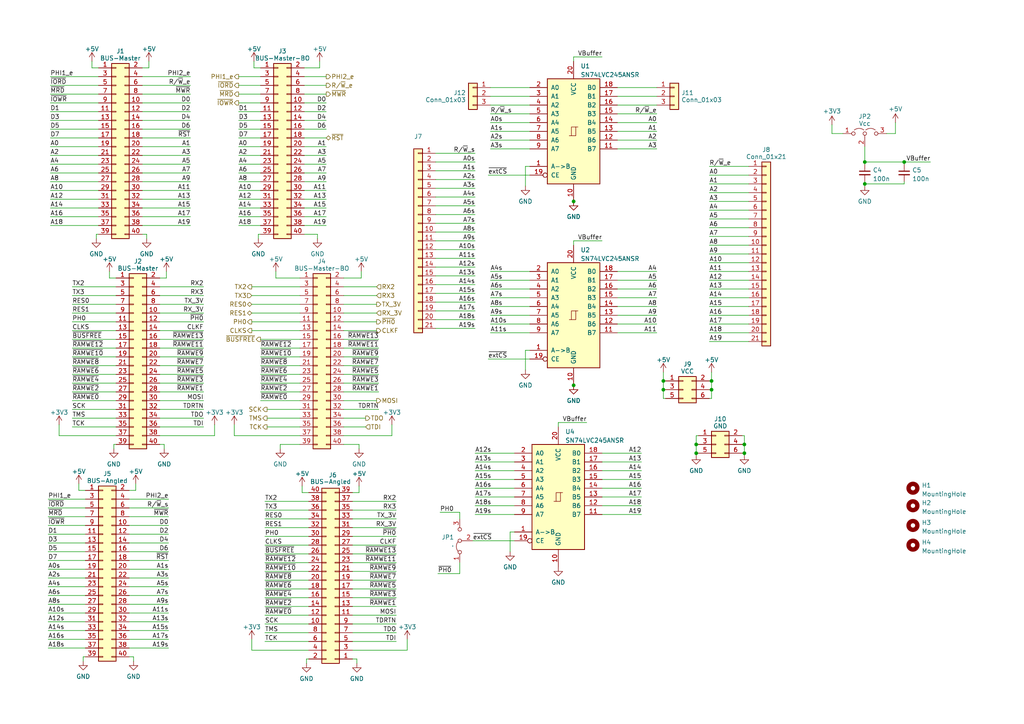
<source format=kicad_sch>
(kicad_sch (version 20230121) (generator eeschema)
  (paper "A4")
  (title_block (title "Unicomp v2 - Splitter Board") (date "2023-07-07") (rev "v1.0") (company "100% Offner") (comment 1 "v1.0: Initial"))
  (junction (at 250.825 53.34))
  (junction (at 206.375 113.03))
  (junction (at 201.93 131.445))
  (junction (at 192.405 113.03))
  (junction (at 206.375 110.49))
  (junction (at 192.405 110.49))
  (junction (at 215.9 128.905))
  (junction (at 201.93 128.905))
  (junction (at 166.37 111.76))
  (junction (at 262.255 46.99))
  (junction (at 215.9 131.445))
  (junction (at 166.37 58.42))
  (junction (at 250.825 46.99))
  (wire (pts (xy 88.265 24.765) (xy 94.615 24.765)))
  (wire (pts (xy 41.275 22.225) (xy 55.245 22.225)))
  (wire (pts (xy 76.835 180.975) (xy 89.535 180.975)))
  (wire (pts (xy 126.365 95.25) (xy 137.795 95.25)))
  (wire (pts (xy 142.24 83.82) (xy 153.67 83.82)))
  (wire (pts (xy 33.02 128.905) (xy 33.655 128.905)))
  (wire (pts (xy 14.605 42.545) (xy 28.575 42.545)))
  (wire (pts (xy 133.35 163.195) (xy 133.35 166.37)))
  (wire (pts (xy 186.055 136.525) (xy 174.625 136.525)))
  (wire (pts (xy 137.795 72.39) (xy 126.365 72.39)))
  (wire (pts (xy 69.215 60.325) (xy 75.565 60.325)))
  (wire (pts (xy 13.97 162.56) (xy 24.765 162.56)))
  (wire (pts (xy 137.795 136.525) (xy 149.225 136.525)))
  (wire (pts (xy 201.93 131.445) (xy 201.93 132.08)))
  (wire (pts (xy 76.835 150.495) (xy 89.535 150.495)))
  (wire (pts (xy 190.5 96.52) (xy 179.07 96.52)))
  (wire (pts (xy 118.11 185.42) (xy 118.11 188.595)))
  (wire (pts (xy 190.5 25.4) (xy 179.07 25.4)))
  (wire (pts (xy 46.355 85.725) (xy 59.055 85.725)))
  (wire (pts (xy 152.4 48.26) (xy 152.4 53.975)))
  (wire (pts (xy 13.97 154.94) (xy 24.765 154.94)))
  (wire (pts (xy 46.355 116.205) (xy 59.055 116.205)))
  (wire (pts (xy 48.26 78.74) (xy 48.26 80.645)))
  (wire (pts (xy 137.795 85.09) (xy 126.365 85.09)))
  (wire (pts (xy 127.635 148.59) (xy 133.35 148.59)))
  (wire (pts (xy 92.075 69.215) (xy 92.075 67.945)))
  (wire (pts (xy 20.955 95.885) (xy 33.655 95.885)))
  (wire (pts (xy 76.835 155.575) (xy 89.535 155.575)))
  (wire (pts (xy 205.74 71.12) (xy 217.17 71.12)))
  (wire (pts (xy 102.235 158.115) (xy 114.935 158.115)))
  (wire (pts (xy 69.215 62.865) (xy 75.565 62.865)))
  (wire (pts (xy 102.235 147.955) (xy 114.935 147.955)))
  (wire (pts (xy 46.355 98.425) (xy 59.055 98.425)))
  (wire (pts (xy 37.465 170.18) (xy 48.895 170.18)))
  (wire (pts (xy 102.235 145.415) (xy 114.935 145.415)))
  (wire (pts (xy 137.795 52.07) (xy 126.365 52.07)))
  (wire (pts (xy 20.955 111.125) (xy 33.655 111.125)))
  (wire (pts (xy 37.465 165.1) (xy 48.895 165.1)))
  (wire (pts (xy 75.565 116.205) (xy 86.995 116.205)))
  (wire (pts (xy 37.465 152.4) (xy 48.895 152.4)))
  (wire (pts (xy 99.695 106.045) (xy 109.855 106.045)))
  (wire (pts (xy 142.24 88.9) (xy 153.67 88.9)))
  (wire (pts (xy 215.9 131.445) (xy 215.9 132.08)))
  (wire (pts (xy 262.255 46.99) (xy 269.875 46.99)))
  (wire (pts (xy 190.5 78.74) (xy 179.07 78.74)))
  (wire (pts (xy 14.605 29.845) (xy 28.575 29.845)))
  (wire (pts (xy 137.795 80.01) (xy 126.365 80.01)))
  (wire (pts (xy 192.405 113.03) (xy 192.405 115.57)))
  (wire (pts (xy 104.14 142.875) (xy 102.235 142.875)))
  (wire (pts (xy 102.235 160.655) (xy 114.935 160.655)))
  (wire (pts (xy 26.67 19.685) (xy 28.575 19.685)))
  (wire (pts (xy 37.465 157.48) (xy 48.895 157.48)))
  (wire (pts (xy 41.275 29.845) (xy 55.245 29.845)))
  (wire (pts (xy 27.94 67.945) (xy 28.575 67.945)))
  (wire (pts (xy 14.605 40.005) (xy 28.575 40.005)))
  (wire (pts (xy 215.9 126.365) (xy 215.9 128.905)))
  (wire (pts (xy 137.795 139.065) (xy 149.225 139.065)))
  (wire (pts (xy 205.74 99.06) (xy 217.17 99.06)))
  (wire (pts (xy 39.37 140.335) (xy 39.37 142.24)))
  (wire (pts (xy 205.74 115.57) (xy 206.375 115.57)))
  (wire (pts (xy 14.605 60.325) (xy 28.575 60.325)))
  (wire (pts (xy 46.355 103.505) (xy 59.055 103.505)))
  (wire (pts (xy 205.74 73.66) (xy 217.17 73.66)))
  (wire (pts (xy 76.835 145.415) (xy 89.535 145.415)))
  (wire (pts (xy 99.695 126.365) (xy 113.665 126.365)))
  (wire (pts (xy 174.625 146.685) (xy 186.055 146.685)))
  (wire (pts (xy 137.795 54.61) (xy 126.365 54.61)))
  (wire (pts (xy 102.235 180.975) (xy 114.935 180.975)))
  (wire (pts (xy 81.28 130.175) (xy 81.28 128.905)))
  (wire (pts (xy 69.215 50.165) (xy 75.565 50.165)))
  (wire (pts (xy 88.9 192.405) (xy 88.9 191.135)))
  (wire (pts (xy 153.67 48.26) (xy 152.4 48.26)))
  (wire (pts (xy 13.97 170.18) (xy 24.765 170.18)))
  (wire (pts (xy 205.74 83.82) (xy 217.17 83.82)))
  (wire (pts (xy 259.715 35.56) (xy 259.715 38.735)))
  (wire (pts (xy 92.71 17.78) (xy 92.71 19.685)))
  (wire (pts (xy 205.74 91.44) (xy 217.17 91.44)))
  (wire (pts (xy 76.835 186.055) (xy 89.535 186.055)))
  (wire (pts (xy 20.955 98.425) (xy 33.655 98.425)))
  (wire (pts (xy 42.545 67.945) (xy 41.275 67.945)))
  (wire (pts (xy 76.835 183.515) (xy 89.535 183.515)))
  (wire (pts (xy 41.275 32.385) (xy 55.245 32.385)))
  (wire (pts (xy 41.275 42.545) (xy 55.245 42.545)))
  (wire (pts (xy 99.695 85.725) (xy 109.22 85.725)))
  (wire (pts (xy 102.235 183.515) (xy 114.935 183.515)))
  (wire (pts (xy 37.465 162.56) (xy 48.895 162.56)))
  (wire (pts (xy 88.265 50.165) (xy 94.615 50.165)))
  (wire (pts (xy 142.24 27.94) (xy 153.67 27.94)))
  (wire (pts (xy 13.97 185.42) (xy 24.765 185.42)))
  (wire (pts (xy 137.795 77.47) (xy 126.365 77.47)))
  (wire (pts (xy 20.955 123.825) (xy 33.655 123.825)))
  (wire (pts (xy 41.275 40.005) (xy 55.245 40.005)))
  (wire (pts (xy 205.74 76.2) (xy 217.17 76.2)))
  (wire (pts (xy 76.835 178.435) (xy 89.535 178.435)))
  (wire (pts (xy 102.235 178.435) (xy 114.935 178.435)))
  (wire (pts (xy 192.405 113.03) (xy 193.04 113.03)))
  (wire (pts (xy 76.835 147.955) (xy 89.535 147.955)))
  (wire (pts (xy 190.5 43.18) (xy 179.07 43.18)))
  (wire (pts (xy 13.97 152.4) (xy 24.765 152.4)))
  (wire (pts (xy 13.97 149.86) (xy 24.765 149.86)))
  (wire (pts (xy 31.75 80.645) (xy 33.655 80.645)))
  (wire (pts (xy 75.565 108.585) (xy 86.995 108.585)))
  (wire (pts (xy 215.9 128.905) (xy 215.9 131.445)))
  (wire (pts (xy 41.275 27.305) (xy 55.245 27.305)))
  (wire (pts (xy 37.465 175.26) (xy 48.895 175.26)))
  (wire (pts (xy 205.74 60.96) (xy 217.17 60.96)))
  (wire (pts (xy 137.795 49.53) (xy 126.365 49.53)))
  (wire (pts (xy 99.695 108.585) (xy 109.855 108.585)))
  (wire (pts (xy 205.74 53.34) (xy 217.17 53.34)))
  (wire (pts (xy 127 166.37) (xy 133.35 166.37)))
  (wire (pts (xy 192.405 110.49) (xy 192.405 113.03)))
  (wire (pts (xy 192.405 107.95) (xy 192.405 110.49)))
  (wire (pts (xy 102.235 163.195) (xy 114.935 163.195)))
  (wire (pts (xy 46.355 123.825) (xy 59.055 123.825)))
  (wire (pts (xy 88.265 45.085) (xy 94.615 45.085)))
  (wire (pts (xy 76.835 160.655) (xy 89.535 160.655)))
  (wire (pts (xy 147.955 154.305) (xy 147.955 160.02)))
  (wire (pts (xy 205.74 86.36) (xy 217.17 86.36)))
  (wire (pts (xy 174.625 16.51) (xy 166.37 16.51)))
  (wire (pts (xy 186.055 141.605) (xy 174.625 141.605)))
  (wire (pts (xy 88.265 62.865) (xy 94.615 62.865)))
  (wire (pts (xy 206.375 110.49) (xy 205.74 110.49)))
  (wire (pts (xy 77.47 121.285) (xy 86.995 121.285)))
  (wire (pts (xy 46.355 88.265) (xy 59.055 88.265)))
  (wire (pts (xy 104.775 80.645) (xy 99.695 80.645)))
  (wire (pts (xy 14.605 24.765) (xy 28.575 24.765)))
  (wire (pts (xy 46.355 126.365) (xy 62.23 126.365)))
  (wire (pts (xy 205.74 66.04) (xy 217.17 66.04)))
  (wire (pts (xy 20.955 116.205) (xy 33.655 116.205)))
  (wire (pts (xy 87.63 142.875) (xy 89.535 142.875)))
  (wire (pts (xy 137.795 62.23) (xy 126.365 62.23)))
  (wire (pts (xy 102.235 188.595) (xy 118.11 188.595)))
  (wire (pts (xy 88.265 55.245) (xy 94.615 55.245)))
  (wire (pts (xy 102.235 153.035) (xy 114.935 153.035)))
  (wire (pts (xy 41.275 57.785) (xy 55.245 57.785)))
  (wire (pts (xy 76.835 153.035) (xy 89.535 153.035)))
  (wire (pts (xy 37.465 185.42) (xy 48.895 185.42)))
  (wire (pts (xy 75.565 113.665) (xy 86.995 113.665)))
  (wire (pts (xy 102.235 170.815) (xy 114.935 170.815)))
  (wire (pts (xy 69.215 55.245) (xy 75.565 55.245)))
  (wire (pts (xy 205.74 63.5) (xy 217.17 63.5)))
  (wire (pts (xy 102.235 155.575) (xy 114.935 155.575)))
  (wire (pts (xy 137.795 146.685) (xy 149.225 146.685)))
  (wire (pts (xy 14.605 57.785) (xy 28.575 57.785)))
  (wire (pts (xy 76.835 175.895) (xy 89.535 175.895)))
  (wire (pts (xy 13.97 180.34) (xy 24.765 180.34)))
  (wire (pts (xy 137.795 69.85) (xy 126.365 69.85)))
  (wire (pts (xy 73.025 93.345) (xy 86.995 93.345)))
  (wire (pts (xy 201.93 128.905) (xy 201.93 131.445)))
  (wire (pts (xy 190.5 88.9) (xy 179.07 88.9)))
  (wire (pts (xy 190.5 40.64) (xy 179.07 40.64)))
  (wire (pts (xy 215.9 126.365) (xy 215.265 126.365)))
  (wire (pts (xy 206.375 113.03) (xy 206.375 115.57)))
  (wire (pts (xy 20.955 118.745) (xy 33.655 118.745)))
  (wire (pts (xy 73.025 85.725) (xy 86.995 85.725)))
  (wire (pts (xy 69.215 47.625) (xy 75.565 47.625)))
  (wire (pts (xy 99.695 88.265) (xy 109.22 88.265)))
  (wire (pts (xy 46.355 83.185) (xy 59.055 83.185)))
  (wire (pts (xy 41.275 24.765) (xy 55.245 24.765)))
  (wire (pts (xy 152.4 101.6) (xy 152.4 107.315)))
  (wire (pts (xy 193.04 115.57) (xy 192.405 115.57)))
  (wire (pts (xy 20.955 121.285) (xy 33.655 121.285)))
  (wire (pts (xy 46.355 90.805) (xy 59.055 90.805)))
  (wire (pts (xy 99.695 113.665) (xy 109.855 113.665)))
  (wire (pts (xy 75.565 100.965) (xy 86.995 100.965)))
  (wire (pts (xy 69.215 29.845) (xy 75.565 29.845)))
  (wire (pts (xy 190.5 86.36) (xy 179.07 86.36)))
  (wire (pts (xy 38.735 190.5) (xy 37.465 190.5)))
  (wire (pts (xy 99.695 90.805) (xy 109.22 90.805)))
  (wire (pts (xy 27.94 69.215) (xy 27.94 67.945)))
  (wire (pts (xy 14.605 27.305) (xy 28.575 27.305)))
  (wire (pts (xy 137.16 156.845) (xy 149.225 156.845)))
  (wire (pts (xy 205.74 50.8) (xy 217.17 50.8)))
  (wire (pts (xy 244.475 38.735) (xy 241.3 38.735)))
  (wire (pts (xy 26.67 17.78) (xy 26.67 19.685)))
  (wire (pts (xy 73.025 188.595) (xy 89.535 188.595)))
  (wire (pts (xy 37.465 167.64) (xy 48.895 167.64)))
  (wire (pts (xy 141.605 50.8) (xy 153.67 50.8)))
  (wire (pts (xy 88.265 42.545) (xy 94.615 42.545)))
  (wire (pts (xy 202.565 131.445) (xy 201.93 131.445)))
  (wire (pts (xy 41.275 47.625) (xy 55.245 47.625)))
  (wire (pts (xy 24.13 190.5) (xy 24.765 190.5)))
  (wire (pts (xy 206.375 113.03) (xy 205.74 113.03)))
  (wire (pts (xy 73.025 185.42) (xy 73.025 188.595)))
  (wire (pts (xy 201.93 126.365) (xy 202.565 126.365)))
  (wire (pts (xy 76.835 170.815) (xy 89.535 170.815)))
  (wire (pts (xy 142.24 96.52) (xy 153.67 96.52)))
  (wire (pts (xy 88.265 22.225) (xy 94.615 22.225)))
  (wire (pts (xy 13.97 182.88) (xy 24.765 182.88)))
  (wire (pts (xy 76.835 158.115) (xy 89.535 158.115)))
  (wire (pts (xy 205.74 78.74) (xy 217.17 78.74)))
  (wire (pts (xy 41.275 60.325) (xy 55.245 60.325)))
  (wire (pts (xy 102.235 173.355) (xy 114.935 173.355)))
  (wire (pts (xy 102.235 150.495) (xy 114.935 150.495)))
  (wire (pts (xy 88.265 65.405) (xy 94.615 65.405)))
  (wire (pts (xy 46.355 100.965) (xy 59.055 100.965)))
  (wire (pts (xy 88.265 57.785) (xy 94.615 57.785)))
  (wire (pts (xy 38.735 191.77) (xy 38.735 190.5)))
  (wire (pts (xy 99.695 93.345) (xy 109.22 93.345)))
  (wire (pts (xy 190.5 38.1) (xy 179.07 38.1)))
  (wire (pts (xy 69.215 57.785) (xy 75.565 57.785)))
  (wire (pts (xy 99.695 123.825) (xy 106.045 123.825)))
  (wire (pts (xy 190.5 33.02) (xy 179.07 33.02)))
  (wire (pts (xy 75.565 106.045) (xy 86.995 106.045)))
  (wire (pts (xy 69.215 37.465) (xy 75.565 37.465)))
  (wire (pts (xy 14.605 65.405) (xy 28.575 65.405)))
  (wire (pts (xy 24.13 191.77) (xy 24.13 190.5)))
  (wire (pts (xy 37.465 187.96) (xy 48.895 187.96)))
  (wire (pts (xy 88.265 60.325) (xy 94.615 60.325)))
  (wire (pts (xy 190.5 91.44) (xy 179.07 91.44)))
  (wire (pts (xy 250.825 46.99) (xy 250.825 47.625)))
  (wire (pts (xy 46.355 108.585) (xy 59.055 108.585)))
  (wire (pts (xy 170.18 122.555) (xy 161.925 122.555)))
  (wire (pts (xy 126.365 90.17) (xy 137.795 90.17)))
  (wire (pts (xy 14.605 62.865) (xy 28.575 62.865)))
  (wire (pts (xy 142.24 81.28) (xy 153.67 81.28)))
  (wire (pts (xy 46.355 113.665) (xy 59.055 113.665)))
  (wire (pts (xy 67.945 126.365) (xy 86.995 126.365)))
  (wire (pts (xy 137.795 67.31) (xy 126.365 67.31)))
  (wire (pts (xy 46.355 95.885) (xy 59.055 95.885)))
  (wire (pts (xy 37.465 147.32) (xy 48.895 147.32)))
  (wire (pts (xy 20.955 103.505) (xy 33.655 103.505)))
  (wire (pts (xy 41.275 34.925) (xy 55.245 34.925)))
  (wire (pts (xy 142.24 40.64) (xy 153.67 40.64)))
  (wire (pts (xy 20.955 90.805) (xy 33.655 90.805)))
  (wire (pts (xy 73.66 17.78) (xy 73.66 19.685)))
  (wire (pts (xy 14.605 52.705) (xy 28.575 52.705)))
  (wire (pts (xy 13.97 167.64) (xy 24.765 167.64)))
  (wire (pts (xy 99.695 103.505) (xy 109.855 103.505)))
  (wire (pts (xy 74.93 67.945) (xy 75.565 67.945)))
  (wire (pts (xy 250.825 42.545) (xy 250.825 46.99)))
  (wire (pts (xy 46.355 93.345) (xy 59.055 93.345)))
  (wire (pts (xy 43.18 19.685) (xy 41.275 19.685)))
  (wire (pts (xy 77.47 123.825) (xy 86.995 123.825)))
  (wire (pts (xy 37.465 180.34) (xy 48.895 180.34)))
  (wire (pts (xy 69.215 45.085) (xy 75.565 45.085)))
  (wire (pts (xy 104.14 140.97) (xy 104.14 142.875)))
  (wire (pts (xy 137.795 131.445) (xy 149.225 131.445)))
  (wire (pts (xy 205.74 48.26) (xy 217.17 48.26)))
  (wire (pts (xy 42.545 69.215) (xy 42.545 67.945)))
  (wire (pts (xy 88.265 40.005) (xy 94.615 40.005)))
  (wire (pts (xy 81.28 128.905) (xy 86.995 128.905)))
  (wire (pts (xy 190.5 93.98) (xy 179.07 93.98)))
  (wire (pts (xy 99.695 98.425) (xy 109.855 98.425)))
  (wire (pts (xy 102.235 165.735) (xy 114.935 165.735)))
  (wire (pts (xy 47.625 130.175) (xy 47.625 128.905)))
  (wire (pts (xy 73.025 90.805) (xy 86.995 90.805)))
  (wire (pts (xy 76.835 173.355) (xy 89.535 173.355)))
  (wire (pts (xy 241.3 36.195) (xy 241.3 38.735)))
  (wire (pts (xy 39.37 142.24) (xy 37.465 142.24)))
  (wire (pts (xy 166.37 69.85) (xy 166.37 71.12)))
  (wire (pts (xy 99.695 111.125) (xy 109.855 111.125)))
  (wire (pts (xy 250.825 46.99) (xy 262.255 46.99)))
  (wire (pts (xy 69.215 22.225) (xy 75.565 22.225)))
  (wire (pts (xy 14.605 45.085) (xy 28.575 45.085)))
  (wire (pts (xy 206.375 107.95) (xy 206.375 110.49)))
  (wire (pts (xy 13.97 177.8) (xy 24.765 177.8)))
  (wire (pts (xy 92.71 19.685) (xy 88.265 19.685)))
  (wire (pts (xy 262.255 53.34) (xy 262.255 52.705)))
  (wire (pts (xy 37.465 182.88) (xy 48.895 182.88)))
  (wire (pts (xy 137.795 74.93) (xy 126.365 74.93)))
  (wire (pts (xy 13.97 187.96) (xy 24.765 187.96)))
  (wire (pts (xy 22.86 140.335) (xy 22.86 142.24)))
  (wire (pts (xy 137.795 144.145) (xy 149.225 144.145)))
  (wire (pts (xy 137.795 133.985) (xy 149.225 133.985)))
  (wire (pts (xy 37.465 160.02) (xy 48.895 160.02)))
  (wire (pts (xy 88.265 37.465) (xy 94.615 37.465)))
  (wire (pts (xy 137.795 149.225) (xy 149.225 149.225)))
  (wire (pts (xy 137.795 141.605) (xy 149.225 141.605)))
  (wire (pts (xy 14.605 50.165) (xy 28.575 50.165)))
  (wire (pts (xy 13.97 160.02) (xy 24.765 160.02)))
  (wire (pts (xy 13.97 175.26) (xy 24.765 175.26)))
  (wire (pts (xy 99.695 116.205) (xy 109.22 116.205)))
  (wire (pts (xy 262.255 46.99) (xy 262.255 47.625)))
  (wire (pts (xy 14.605 34.925) (xy 28.575 34.925)))
  (wire (pts (xy 141.605 104.14) (xy 153.67 104.14)))
  (wire (pts (xy 92.075 67.945) (xy 88.265 67.945)))
  (wire (pts (xy 205.74 93.98) (xy 217.17 93.98)))
  (wire (pts (xy 205.74 58.42) (xy 217.17 58.42)))
  (wire (pts (xy 20.955 88.265) (xy 33.655 88.265)))
  (wire (pts (xy 142.24 86.36) (xy 153.67 86.36)))
  (wire (pts (xy 137.795 82.55) (xy 126.365 82.55)))
  (wire (pts (xy 76.835 168.275) (xy 89.535 168.275)))
  (wire (pts (xy 46.355 118.745) (xy 59.055 118.745)))
  (wire (pts (xy 20.955 85.725) (xy 33.655 85.725)))
  (wire (pts (xy 88.265 47.625) (xy 94.615 47.625)))
  (wire (pts (xy 14.605 37.465) (xy 28.575 37.465)))
  (wire (pts (xy 137.795 64.77) (xy 126.365 64.77)))
  (wire (pts (xy 73.025 88.265) (xy 86.995 88.265)))
  (wire (pts (xy 142.24 93.98) (xy 153.67 93.98)))
  (wire (pts (xy 142.24 30.48) (xy 153.67 30.48)))
  (wire (pts (xy 186.055 133.985) (xy 174.625 133.985)))
  (wire (pts (xy 17.145 126.365) (xy 33.655 126.365)))
  (wire (pts (xy 41.275 52.705) (xy 55.245 52.705)))
  (wire (pts (xy 201.93 126.365) (xy 201.93 128.905)))
  (wire (pts (xy 215.265 131.445) (xy 215.9 131.445)))
  (wire (pts (xy 259.715 38.735) (xy 257.175 38.735)))
  (wire (pts (xy 20.955 83.185) (xy 33.655 83.185)))
  (wire (pts (xy 102.235 175.895) (xy 114.935 175.895)))
  (wire (pts (xy 41.275 50.165) (xy 55.245 50.165)))
  (wire (pts (xy 47.625 128.905) (xy 46.355 128.905)))
  (wire (pts (xy 104.775 78.74) (xy 104.775 80.645)))
  (wire (pts (xy 205.74 88.9) (xy 217.17 88.9)))
  (wire (pts (xy 174.625 69.85) (xy 166.37 69.85)))
  (wire (pts (xy 14.605 32.385) (xy 28.575 32.385)))
  (wire (pts (xy 137.795 46.99) (xy 126.365 46.99)))
  (wire (pts (xy 166.37 16.51) (xy 166.37 17.78)))
  (wire (pts (xy 190.5 81.28) (xy 179.07 81.28)))
  (wire (pts (xy 14.605 55.245) (xy 28.575 55.245)))
  (wire (pts (xy 102.235 186.055) (xy 114.935 186.055)))
  (wire (pts (xy 99.695 100.965) (xy 109.855 100.965)))
  (wire (pts (xy 206.375 110.49) (xy 206.375 113.03)))
  (wire (pts (xy 46.355 106.045) (xy 59.055 106.045)))
  (wire (pts (xy 17.145 123.19) (xy 17.145 126.365)))
  (wire (pts (xy 69.215 27.305) (xy 75.565 27.305)))
  (wire (pts (xy 205.74 55.88) (xy 217.17 55.88)))
  (wire (pts (xy 14.605 22.225) (xy 28.575 22.225)))
  (wire (pts (xy 186.055 139.065) (xy 174.625 139.065)))
  (wire (pts (xy 215.9 128.905) (xy 215.265 128.905)))
  (wire (pts (xy 69.215 52.705) (xy 75.565 52.705)))
  (wire (pts (xy 74.93 69.215) (xy 74.93 67.945)))
  (wire (pts (xy 205.74 81.28) (xy 217.17 81.28)))
  (wire (pts (xy 142.24 25.4) (xy 153.67 25.4)))
  (wire (pts (xy 37.465 177.8) (xy 48.895 177.8)))
  (wire (pts (xy 67.945 123.19) (xy 67.945 126.365)))
  (wire (pts (xy 37.465 172.72) (xy 48.895 172.72)))
  (wire (pts (xy 22.86 142.24) (xy 24.765 142.24)))
  (wire (pts (xy 142.24 91.44) (xy 153.67 91.44)))
  (wire (pts (xy 62.23 123.19) (xy 62.23 126.365)))
  (wire (pts (xy 113.665 123.19) (xy 113.665 126.365)))
  (wire (pts (xy 192.405 110.49) (xy 193.04 110.49)))
  (wire (pts (xy 190.5 27.94) (xy 179.07 27.94)))
  (wire (pts (xy 174.625 149.225) (xy 186.055 149.225)))
  (wire (pts (xy 76.835 165.735) (xy 89.535 165.735)))
  (wire (pts (xy 88.265 52.705) (xy 94.615 52.705)))
  (wire (pts (xy 20.955 93.345) (xy 33.655 93.345)))
  (wire (pts (xy 88.265 27.305) (xy 94.615 27.305)))
  (wire (pts (xy 73.025 95.885) (xy 86.995 95.885)))
  (wire (pts (xy 20.955 100.965) (xy 33.655 100.965)))
  (wire (pts (xy 104.14 130.175) (xy 104.14 128.905)))
  (wire (pts (xy 46.355 111.125) (xy 59.055 111.125)))
  (wire (pts (xy 250.825 53.34) (xy 262.255 53.34)))
  (wire (pts (xy 99.695 118.745) (xy 109.855 118.745)))
  (wire (pts (xy 190.5 30.48) (xy 179.07 30.48)))
  (wire (pts (xy 190.5 35.56) (xy 179.07 35.56)))
  (wire (pts (xy 137.795 57.15) (xy 126.365 57.15)))
  (wire (pts (xy 149.225 154.305) (xy 147.955 154.305)))
  (wire (pts (xy 75.565 111.125) (xy 86.995 111.125)))
  (wire (pts (xy 80.01 80.645) (xy 86.995 80.645)))
  (wire (pts (xy 153.67 101.6) (xy 152.4 101.6)))
  (wire (pts (xy 142.24 33.02) (xy 153.67 33.02)))
  (wire (pts (xy 142.24 78.74) (xy 153.67 78.74)))
  (wire (pts (xy 46.355 121.285) (xy 59.055 121.285)))
  (wire (pts (xy 69.215 65.405) (xy 75.565 65.405)))
  (wire (pts (xy 37.465 149.86) (xy 48.895 149.86)))
  (wire (pts (xy 73.025 83.185) (xy 86.995 83.185)))
  (wire (pts (xy 37.465 144.78) (xy 48.895 144.78)))
  (wire (pts (xy 190.5 83.82) (xy 179.07 83.82)))
  (wire (pts (xy 103.505 191.135) (xy 102.235 191.135)))
  (wire (pts (xy 126.365 44.45) (xy 137.795 44.45)))
  (wire (pts (xy 48.26 80.645) (xy 46.355 80.645)))
  (wire (pts (xy 76.835 163.195) (xy 89.535 163.195)))
  (wire (pts (xy 77.47 118.745) (xy 86.995 118.745)))
  (wire (pts (xy 142.24 43.18) (xy 153.67 43.18)))
  (wire (pts (xy 31.75 78.74) (xy 31.75 80.645)))
  (wire (pts (xy 126.365 92.71) (xy 137.795 92.71)))
  (wire (pts (xy 205.74 96.52) (xy 217.17 96.52)))
  (wire (pts (xy 13.97 157.48) (xy 24.765 157.48)))
  (wire (pts (xy 88.265 32.385) (xy 94.615 32.385)))
  (wire (pts (xy 41.275 62.865) (xy 55.245 62.865)))
  (wire (pts (xy 43.18 17.78) (xy 43.18 19.685)))
  (wire (pts (xy 99.695 83.185) (xy 109.22 83.185)))
  (wire (pts (xy 69.215 40.005) (xy 75.565 40.005)))
  (wire (pts (xy 13.97 172.72) (xy 24.765 172.72)))
  (wire (pts (xy 14.605 47.625) (xy 28.575 47.625)))
  (wire (pts (xy 137.795 59.69) (xy 126.365 59.69)))
  (wire (pts (xy 88.265 34.925) (xy 94.615 34.925)))
  (wire (pts (xy 142.24 38.1) (xy 153.67 38.1)))
  (wire (pts (xy 75.565 103.505) (xy 86.995 103.505)))
  (wire (pts (xy 126.365 87.63) (xy 137.795 87.63)))
  (wire (pts (xy 250.825 53.975) (xy 250.825 53.34)))
  (wire (pts (xy 250.825 53.34) (xy 250.825 52.705)))
  (wire (pts (xy 41.275 65.405) (xy 55.245 65.405)))
  (wire (pts (xy 88.265 29.845) (xy 94.615 29.845)))
  (wire (pts (xy 99.695 121.285) (xy 106.045 121.285)))
  (wire (pts (xy 205.74 68.58) (xy 217.17 68.58)))
  (wire (pts (xy 133.35 150.495) (xy 133.35 148.59)))
  (wire (pts (xy 69.215 34.925) (xy 75.565 34.925)))
  (wire (pts (xy 186.055 131.445) (xy 174.625 131.445)))
  (wire (pts (xy 33.02 130.175) (xy 33.02 128.905)))
  (wire (pts (xy 13.97 147.32) (xy 24.765 147.32)))
  (wire (pts (xy 41.275 45.085) (xy 55.245 45.085)))
  (wire (pts (xy 41.275 37.465) (xy 55.245 37.465)))
  (wire (pts (xy 75.565 98.425) (xy 86.995 98.425)))
  (wire (pts (xy 201.93 128.905) (xy 202.565 128.905)))
  (wire (pts (xy 13.97 144.78) (xy 24.765 144.78)))
  (wire (pts (xy 20.955 113.665) (xy 33.655 113.665)))
  (wire (pts (xy 80.01 78.74) (xy 80.01 80.645)))
  (wire (pts (xy 103.505 192.405) (xy 103.505 191.135)))
  (wire (pts (xy 88.9 191.135) (xy 89.535 191.135)))
  (wire (pts (xy 20.955 106.045) (xy 33.655 106.045)))
  (wire (pts (xy 104.14 128.905) (xy 99.695 128.905)))
  (wire (pts (xy 37.465 154.94) (xy 48.895 154.94)))
  (wire (pts (xy 161.925 122.555) (xy 161.925 123.825)))
  (wire (pts (xy 102.235 168.275) (xy 114.935 168.275)))
  (wire (pts (xy 174.625 144.145) (xy 186.055 144.145)))
  (wire (pts (xy 142.24 35.56) (xy 153.67 35.56)))
  (wire (pts (xy 99.695 95.885) (xy 109.22 95.885)))
  (wire (pts (xy 13.97 165.1) (xy 24.765 165.1)))
  (wire (pts (xy 20.955 108.585) (xy 33.655 108.585)))
  (wire (pts (xy 69.215 42.545) (xy 75.565 42.545)))
  (wire (pts (xy 73.66 19.685) (xy 75.565 19.685)))
  (wire (pts (xy 41.275 55.245) (xy 55.245 55.245)))
  (wire (pts (xy 69.215 32.385) (xy 75.565 32.385)))
  (wire (pts (xy 69.215 24.765) (xy 75.565 24.765)))
  (wire (pts (xy 87.63 140.97) (xy 87.63 142.875)))
  (label "D4" (at 94.615 34.925 180))
  (label "A5" (at 190.5 81.28 180))
  (label "~{extCS}" (at 141.605 50.8 0))
  (label "CLKS" (at 20.955 95.885 0))
  (label "PH0" (at 127.635 148.59 0))
  (label "A0" (at 205.74 50.8 0))
  (label "D2" (at 94.615 32.385 180))
  (label "A1" (at 190.5 38.1 180))
  (label "A4s" (at 137.795 57.15 180))
  (label "A9s" (at 137.795 69.85 180))
  (label "TDO" (at 114.935 183.515 180))
  (label "D0" (at 94.615 29.845 180))
  (label "D3" (at 69.215 34.925 0))
  (label "A6s" (at 137.795 62.23 180))
  (label "A12s" (at 137.795 77.47 180))
  (label "A16" (at 69.215 62.865 0))
  (label "~{RAMWE5}" (at 59.055 108.585 180))
  (label "A10" (at 69.215 55.245 0))
  (label "A16" (at 14.605 62.865 0))
  (label "R{slash}~{W}_s" (at 137.795 44.45 180))
  (label "~{RAMWE8}" (at 20.955 106.045 0))
  (label "A9s" (at 142.24 91.44 0))
  (label "A14" (at 205.74 86.36 0))
  (label "R{slash}~{W}_s" (at 48.895 147.32 180))
  (label "A12s" (at 13.97 180.34 0))
  (label "A0" (at 14.605 42.545 0))
  (label "TX3" (at 76.835 147.955 0))
  (label "A5s" (at 137.795 59.69 180))
  (label "A2s" (at 137.795 52.07 180))
  (label "A16s" (at 13.97 185.42 0))
  (label "~{RAMWE12}" (at 20.955 100.965 0))
  (label "A0s" (at 13.97 165.1 0))
  (label "R{slash}~{W}_e" (at 55.245 24.765 180))
  (label "TX_3V" (at 114.935 150.495 180))
  (label "A2s" (at 142.24 40.64 0))
  (label "A8s" (at 13.97 175.26 0))
  (label "A10s" (at 137.795 72.39 180))
  (label "~{RAMWE3}" (at 109.855 111.125 180))
  (label "D1" (at 69.215 32.385 0))
  (label "A16s" (at 137.795 87.63 180))
  (label "D5" (at 69.215 37.465 0))
  (label "A8" (at 190.5 88.9 180))
  (label "~{RAMWE8}" (at 75.565 106.045 0))
  (label "~{PH0}" (at 127 166.37 0))
  (label "~{RAMWE13}" (at 114.935 160.655 180))
  (label "A16" (at 186.055 141.605 180))
  (label "~{RAMWE7}" (at 114.935 168.275 180))
  (label "R{slash}~{W}_e" (at 205.74 48.26 0))
  (label "~{RAMWE9}" (at 114.935 165.735 180))
  (label "TCK" (at 20.955 123.825 0))
  (label "A6s" (at 142.24 83.82 0))
  (label "D3" (at 14.605 34.925 0))
  (label "A8s" (at 142.24 88.9 0))
  (label "PH0" (at 76.835 155.575 0))
  (label "D4" (at 48.895 157.48 180))
  (label "~{RAMWE11}" (at 114.935 163.195 180))
  (label "~{RAMWE11}" (at 109.855 100.965 180))
  (label "~{extCS}" (at 137.16 156.845 0))
  (label "A1s" (at 48.895 165.1 180))
  (label "A18s" (at 13.97 187.96 0))
  (label "CLKS" (at 76.835 158.115 0))
  (label "A10" (at 205.74 76.2 0))
  (label "~{RAMWE10}" (at 20.955 103.505 0))
  (label "A3s" (at 142.24 43.18 0))
  (label "~{RAMWE3}" (at 114.935 173.355 180))
  (label "A8s" (at 137.795 67.31 180))
  (label "A7" (at 94.615 50.165 180))
  (label "A14s" (at 137.795 136.525 0))
  (label "A12" (at 186.055 131.445 180))
  (label "A11" (at 205.74 78.74 0))
  (label "~{MWR}" (at 48.895 149.86 180))
  (label "A17" (at 186.055 144.145 180))
  (label "~{RAMWE7}" (at 109.855 106.045 180))
  (label "A3" (at 205.74 58.42 0))
  (label "TDRTN" (at 59.055 118.745 180))
  (label "A9s" (at 48.895 175.26 180))
  (label "RX3" (at 59.055 85.725 180))
  (label "~{RST}" (at 55.245 40.005 180))
  (label "A13s" (at 137.795 133.985 0))
  (label "A14" (at 69.215 60.325 0))
  (label "PHI1_e" (at 13.97 144.78 0))
  (label "D3" (at 13.97 157.48 0))
  (label "~{RAMWE4}" (at 76.835 173.355 0))
  (label "~{RAMWE9}" (at 109.855 103.505 180))
  (label "SCK" (at 20.955 118.745 0))
  (label "A18" (at 14.605 65.405 0))
  (label "A6" (at 205.74 66.04 0))
  (label "A4" (at 190.5 78.74 180))
  (label "A18s" (at 137.795 92.71 180))
  (label "TX3" (at 20.955 85.725 0))
  (label "~{MWR}" (at 55.245 27.305 180))
  (label "TDI" (at 59.055 123.825 180))
  (label "A17" (at 205.74 93.98 0))
  (label "A5s" (at 48.895 170.18 180))
  (label "~{BUSFREE}" (at 76.835 160.655 0))
  (label "A17" (at 55.245 62.865 180))
  (label "D7" (at 14.605 40.005 0))
  (label "A19s" (at 48.895 187.96 180))
  (label "~{IORD}" (at 13.97 147.32 0))
  (label "A14" (at 186.055 136.525 180))
  (label "A3" (at 94.615 45.085 180))
  (label "~{extCS}" (at 141.605 104.14 0))
  (label "A18" (at 205.74 96.52 0))
  (label "~{RAMWE9}" (at 59.055 103.505 180))
  (label "~{IORD}" (at 14.605 24.765 0))
  (label "A1" (at 55.245 42.545 180))
  (label "RES1" (at 20.955 90.805 0))
  (label "A11s" (at 137.795 74.93 180))
  (label "A14s" (at 13.97 182.88 0))
  (label "A5" (at 205.74 63.5 0))
  (label "TMS" (at 20.955 121.285 0))
  (label "RES0" (at 20.955 88.265 0))
  (label "A13" (at 186.055 133.985 180))
  (label "A10" (at 14.605 55.245 0))
  (label "~{RAMWE5}" (at 114.935 170.815 180))
  (label "A3s" (at 137.795 54.61 180))
  (label "D1" (at 14.605 32.385 0))
  (label "~{RAMWE4}" (at 20.955 111.125 0))
  (label "D6" (at 48.895 160.02 180))
  (label "RX2" (at 59.055 83.185 180))
  (label "~{RAMWE11}" (at 59.055 100.965 180))
  (label "A9" (at 205.74 73.66 0))
  (label "~{IOWR}" (at 14.605 29.845 0))
  (label "~{MRD}" (at 14.605 27.305 0))
  (label "A3s" (at 48.895 167.64 180))
  (label "A16" (at 205.74 91.44 0))
  (label "TDRTN" (at 114.935 180.975 180))
  (label "~{RST}" (at 48.895 162.56 180))
  (label "A13" (at 55.245 57.785 180))
  (label "A5" (at 94.615 47.625 180))
  (label "A15s" (at 137.795 85.09 180))
  (label "A15" (at 186.055 139.065 180))
  (label "A9" (at 55.245 52.705 180))
  (label "TX_3V" (at 59.055 88.265 180))
  (label "A0s" (at 142.24 35.56 0))
  (label "A1" (at 94.615 42.545 180))
  (label "A5s" (at 142.24 81.28 0))
  (label "VBuffer" (at 269.875 46.99 180))
  (label "A1s" (at 137.795 49.53 180))
  (label "RX_3V" (at 114.935 153.035 180))
  (label "A2" (at 190.5 40.64 180))
  (label "A12" (at 14.605 57.785 0))
  (label "~{RAMWE6}" (at 75.565 108.585 0))
  (label "A4s" (at 13.97 170.18 0))
  (label "A15s" (at 137.795 139.065 0))
  (label "A2" (at 69.215 45.085 0))
  (label "A17s" (at 48.895 185.42 180))
  (label "RX3" (at 114.935 147.955 180))
  (label "TX2" (at 76.835 145.415 0))
  (label "RX2" (at 114.935 145.415 180))
  (label "TCK" (at 76.835 186.055 0))
  (label "A4s" (at 142.24 78.74 0))
  (label "D0" (at 55.245 29.845 180))
  (label "~{RAMWE7}" (at 59.055 106.045 180))
  (label "A1" (at 205.74 53.34 0))
  (label "A6" (at 14.605 50.165 0))
  (label "CLKF" (at 114.935 158.115 180))
  (label "PH0" (at 20.955 93.345 0))
  (label "A8" (at 14.605 52.705 0))
  (label "A6" (at 190.5 83.82 180))
  (label "A2" (at 14.605 45.085 0))
  (label "A17" (at 94.615 62.865 180))
  (label "PHI1_e" (at 14.605 22.225 0))
  (label "D7" (at 69.215 40.005 0))
  (label "D4" (at 55.245 34.925 180))
  (label "~{RAMWE2}" (at 75.565 113.665 0))
  (label "A7s" (at 142.24 86.36 0))
  (label "~{RAMWE0}" (at 76.835 178.435 0))
  (label "A6s" (at 13.97 172.72 0))
  (label "RES0" (at 76.835 150.495 0))
  (label "~{IOWR}" (at 13.97 152.4 0))
  (label "A15s" (at 48.895 182.88 180))
  (label "A19s" (at 137.795 95.25 180))
  (label "A7s" (at 137.795 64.77 180))
  (label "A4" (at 14.605 47.625 0))
  (label "A7" (at 55.245 50.165 180))
  (label "A15" (at 205.74 88.9 0))
  (label "D1" (at 13.97 154.94 0))
  (label "~{RAMWE2}" (at 20.955 113.665 0))
  (label "~{RAMWE3}" (at 59.055 111.125 180))
  (label "CLKF" (at 59.055 95.885 180))
  (label "A15" (at 94.615 60.325 180))
  (label "TDRTN" (at 109.855 118.745 180))
  (label "A13s" (at 48.895 180.34 180))
  (label "A14s" (at 137.795 82.55 180))
  (label "~{RAMWE12}" (at 75.565 100.965 0))
  (label "TX2" (at 20.955 83.185 0))
  (label "VBuffer" (at 170.18 122.555 180))
  (label "A19" (at 94.615 65.405 180))
  (label "D0" (at 48.895 152.4 180))
  (label "VBuffer" (at 174.625 69.85 180))
  (label "A17s" (at 137.795 90.17 180))
  (label "A18" (at 186.055 146.685 180))
  (label "A12" (at 69.215 57.785 0))
  (label "A11" (at 94.615 55.245 180))
  (label "A13s" (at 137.795 80.01 180))
  (label "RES1" (at 76.835 153.035 0))
  (label "A0s" (at 137.795 46.99 180))
  (label "A18s" (at 137.795 146.685 0))
  (label "A11" (at 55.245 55.245 180))
  (label "A14" (at 14.605 60.325 0))
  (label "D7" (at 13.97 162.56 0))
  (label "SCK" (at 76.835 180.975 0))
  (label "~{RAMWE5}" (at 109.855 108.585 180))
  (label "A8" (at 69.215 52.705 0))
  (label "A19" (at 205.74 99.06 0))
  (label "~{BUSFREE}" (at 20.955 98.425 0))
  (label "A18" (at 69.215 65.405 0))
  (label "A19s" (at 137.795 149.225 0))
  (label "~{RAMWE1}" (at 109.855 113.665 180))
  (label "A0" (at 69.215 42.545 0))
  (label "A4" (at 69.215 47.625 0))
  (label "A7" (at 205.74 68.58 0))
  (label "D5" (at 14.605 37.465 0))
  (label "~{RAMWE4}" (at 75.565 111.125 0))
  (label "~{PH0}" (at 59.055 93.345 180))
  (label "A11s" (at 142.24 96.52 0))
  (label "~{RAMWE6}" (at 76.835 170.815 0))
  (label "A12" (at 205.74 81.28 0))
  (label "~{RAMWE0}" (at 20.955 116.205 0))
  (label "A0" (at 190.5 35.56 180))
  (label "~{RAMWE1}" (at 59.055 113.665 180))
  (label "~{RAMWE1}" (at 114.935 175.895 180))
  (label "A16s" (at 137.795 141.605 0))
  (label "~{PH0}" (at 114.935 155.575 180))
  (label "VBuffer" (at 174.625 16.51 180))
  (label "A3" (at 55.245 45.085 180))
  (label "~{RAMWE10}" (at 75.565 103.505 0))
  (label "~{RAMWE13}" (at 109.855 98.425 180))
  (label "R{slash}~{W}_s" (at 142.24 33.02 0))
  (label "A12s" (at 137.795 131.445 0))
  (label "A2" (at 205.74 55.88 0))
  (label "~{RAMWE6}" (at 20.955 108.585 0))
  (label "TMS" (at 76.835 183.515 0))
  (label "R{slash}~{W}_e" (at 190.5 33.02 180))
  (label "A8" (at 205.74 71.12 0))
  (label "A10" (at 190.5 93.98 180))
  (label "MOSI" (at 114.935 178.435 180))
  (label "~{RAMWE13}" (at 59.055 98.425 180))
  (label "~{RAMWE0}" (at 75.565 116.205 0))
  (label "A6" (at 69.215 50.165 0))
  (label "A19" (at 186.055 149.225 180))
  (label "TDO" (at 59.055 121.285 180))
  (label "MOSI" (at 59.055 116.205 180))
  (label "~{RAMWE10}" (at 76.835 165.735 0))
  (label "PHI2_e" (at 55.245 22.225 180))
  (label "A5" (at 55.245 47.625 180))
  (label "A11s" (at 48.895 177.8 180))
  (label "A9" (at 190.5 91.44 180))
  (label "D2" (at 48.895 154.94 180))
  (label "A15" (at 55.245 60.325 180))
  (label "A10s" (at 142.24 93.98 0))
  (label "A19" (at 55.245 65.405 180))
  (label "D6" (at 55.245 37.465 180))
  (label "A9" (at 94.615 52.705 180))
  (label "~{RAMWE2}" (at 76.835 175.895 0))
  (label "A13" (at 94.615 57.785 180))
  (label "~{RAMWE12}" (at 76.835 163.195 0))
  (label "TDI" (at 114.935 186.055 180))
  (label "A1s" (at 142.24 38.1 0))
  (label "~{MRD}" (at 13.97 149.86 0))
  (label "A13" (at 205.74 83.82 0))
  (label "D6" (at 94.615 37.465 180))
  (label "RX_3V" (at 59.055 90.805 180))
  (label "D5" (at 13.97 160.02 0))
  (label "PHI2_e" (at 48.895 144.78 180))
  (label "D2" (at 55.245 32.385 180))
  (label "A11" (at 190.5 96.52 180))
  (label "A17s" (at 137.795 144.145 0))
  (label "A4" (at 205.74 60.96 0))
  (label "~{RAMWE8}" (at 76.835 168.275 0))
  (label "A3" (at 190.5 43.18 180))
  (label "A7s" (at 48.895 172.72 180))
  (label "A7" (at 190.5 86.36 180))
  (label "A2s" (at 13.97 167.64 0))
  (label "A10s" (at 13.97 177.8 0))
  (hierarchical_label "TDI" (shape input) (at 106.045 123.825 0))
  (hierarchical_label "PH0" (shape output) (at 73.025 93.345 180))
  (hierarchical_label "PHI2_e" (shape output) (at 94.615 22.225 0))
  (hierarchical_label "TX3" (shape input) (at 73.025 85.725 180))
  (hierarchical_label "~{PH0}" (shape output) (at 109.22 93.345 0))
  (hierarchical_label "SCK" (shape output) (at 77.47 118.745 180))
  (hierarchical_label "PHI1_e" (shape output) (at 69.215 22.225 180))
  (hierarchical_label "RX2" (shape input) (at 109.22 83.185 0))
  (hierarchical_label "RES0" (shape bidirectional) (at 73.025 88.265 180))
  (hierarchical_label "RX3" (shape input) (at 109.22 85.725 0))
  (hierarchical_label "TMS" (shape output) (at 77.47 121.285 180))
  (hierarchical_label "~{IORD}" (shape output) (at 69.215 24.765 180))
  (hierarchical_label "R{slash}~{W}_e" (shape output) (at 94.615 24.765 0))
  (hierarchical_label "CLKS" (shape output) (at 73.025 95.885 180))
  (hierarchical_label "~{MWR}" (shape output) (at 94.615 27.305 0))
  (hierarchical_label "TDO" (shape output) (at 106.045 121.285 0))
  (hierarchical_label "RX_3V" (shape input) (at 109.22 90.805 0))
  (hierarchical_label "TX2" (shape output) (at 73.025 83.185 180))
  (hierarchical_label "~{RST}" (shape bidirectional) (at 94.615 40.005 0))
  (hierarchical_label "TX_3V" (shape output) (at 109.22 88.265 0))
  (hierarchical_label "~{BUSFREE}" (shape output) (at 75.565 98.425 180))
  (hierarchical_label "~{IOWR}" (shape output) (at 69.215 29.845 180))
  (hierarchical_label "CLKF" (shape output) (at 109.22 95.885 0))
  (hierarchical_label "RES1" (shape bidirectional) (at 73.025 90.805 180))
  (hierarchical_label "MOSI" (shape output) (at 109.22 116.205 0))
  (hierarchical_label "~{MRD}" (shape output) (at 69.215 27.305 180))
  (hierarchical_label "TCK" (shape output) (at 77.47 123.825 180))
  (symbol (lib_id "power:GND") (at 166.37 58.42 0) (unit 1)
    (property "Reference" "#PWR09" (effects hide))
    (property "Value" "GND" (at 166.37 62.8634 0))
  )
  (symbol (lib_id "power:+5V") (at 39.37 140.335 0) (mirror y) (unit 1)
    (property "Reference" "#PWR02" (effects hide))
    (property "Value" "+5V" (at 39.37 136.7592 0))
  )
  (symbol (lib_id "power:GND") (at 215.9 132.08 0) (unit 1)
    (property "Reference" "#PWR037" (effects hide))
    (property "Value" "GND" (at 215.9 136.5234 0))
  )
  (symbol (lib_id "power:+5V") (at 192.405 107.95 0) (unit 1)
    (property "Reference" "#PWR032" (effects hide))
    (property "Value" "+5V" (at 192.405 104.3742 0))
  )
  (symbol (lib_id "power:GND") (at 81.28 130.175 0) (unit 1)
    (property "Reference" "#PWR056" (effects hide))
    (property "Value" "GND" (at 81.28 134.6184 0))
  )
  (symbol (lib_id "power:+3V3") (at 67.945 123.19 0) (unit 1)
    (property "Reference" "#PWR052" (effects hide))
    (property "Value" "+3V3" (at 67.945 119.6142 0))
  )
  (symbol (lib_id "power:GND") (at 38.735 191.77 0) (unit 1)
    (property "Reference" "#PWR07" (effects hide))
    (property "Value" "GND" (at 38.735 196.2134 0))
  )
  (symbol (lib_id "Device:C_Small") (at 262.255 50.165 0) (unit 1)
    (property "Reference" "C5" (at 264.5791 49.3366 0) (effects (justify left)))
    (property "Value" "100n" (at 264.5791 51.8735 0) (effects (justify left)))
    (property "Footprint" "Capacitor_SMD:C_1206_3216Metric" (effects hide))
  )
  (symbol (lib_id "74xx:74LS245") (at 161.925 144.145 0) (unit 1)
    (property "Reference" "U4" (at 163.9444 125.2052 0) (effects (justify left)))
    (property "Value" "SN74LVC245ANSR" (at 163.9444 127.7421 0) (effects (justify left)))
    (property "Footprint" "Package_SO:SO-20_5.3x12.6mm_P1.27mm" (effects hide))
    (property "Datasheet" "http://www.ti.com/lit/gpn/sn74LS245" (effects hide))
  )
  (symbol (lib_id "Connector_Generic:Conn_02x20_Odd_Even") (at 33.655 42.545 0) (unit 1)
    (property "Reference" "J1" (at 34.925 14.835 0))
    (property "Value" "BUS-Master" (at 34.925 16.883 0))
    (property "Footprint" "Connector_PinSocket_2.54mm:PinSocket_2x20_P2.54mm_Vertical" (effects hide))
  )
  (symbol (lib_id "power:GND") (at 201.93 132.08 0) (unit 1)
    (property "Reference" "#PWR036" (effects hide))
    (property "Value" "GND" (at 201.93 136.5234 0))
  )
  (symbol (lib_id "power:GND") (at 152.4 107.315 0) (unit 1)
    (property "Reference" "#PWR026" (effects hide))
    (property "Value" "GND" (at 152.4 111.7584 0))
  )
  (symbol (lib_id "74xx:74LS245") (at 166.37 38.1 0) (unit 1)
    (property "Reference" "U1" (at 168.3894 19.1602 0) (effects (justify left)))
    (property "Value" "SN74LVC245ANSR" (at 168.3894 21.6971 0) (effects (justify left)))
    (property "Footprint" "Package_SO:SO-20_5.3x12.6mm_P1.27mm" (effects hide))
    (property "Datasheet" "http://www.ti.com/lit/gpn/sn74LS245" (effects hide))
  )
  (symbol (lib_id "power:+3V3") (at 17.145 123.19 0) (unit 1)
    (property "Reference" "#PWR050" (effects hide))
    (property "Value" "+3V3" (at 17.145 119.6142 0))
  )
  (symbol (lib_id "power:+3V3") (at 62.23 123.19 0) (unit 1)
    (property "Reference" "#PWR051" (effects hide))
    (property "Value" "+3V3" (at 62.23 119.6142 0))
  )
  (symbol (lib_id "power:GND") (at 250.825 53.975 0) (unit 1)
    (property "Reference" "#PWR015" (effects hide))
    (property "Value" "GND" (at 250.825 58.4184 0))
  )
  (symbol (lib_id "Connector_Generic:Conn_02x20_Odd_Even") (at 80.645 42.545 0) (unit 1)
    (property "Reference" "J3" (at 81.915 14.835 0))
    (property "Value" "BUS-Master-BO" (at 81.915 16.883 0))
    (property "Footprint" "Connector_PinSocket_2.54mm:PinSocket_2x20_P2.54mm_Vertical" (effects hide))
  )
  (symbol (lib_id "power:+5V") (at 259.715 35.56 0) (unit 1)
    (property "Reference" "#PWR08" (effects hide))
    (property "Value" "+5V" (at 259.715 31.615 0))
  )
  (symbol (lib_id "power:GND") (at 104.14 130.175 0) (unit 1)
    (property "Reference" "#PWR057" (effects hide))
    (property "Value" "GND" (at 104.14 134.6184 0))
  )
  (symbol (lib_id "power:+5V") (at 104.775 78.74 0) (mirror y) (unit 1)
    (property "Reference" "#PWR049" (effects hide))
    (property "Value" "+5V" (at 104.775 75.1642 0))
  )
  (symbol (lib_id "Connector_Generic:Conn_02x20_Odd_Even") (at 97.155 168.275 180) (unit 1)
    (property "Reference" "J6" (at 96.52 137.795 0))
    (property "Value" "BUS-Angled" (at 95.885 139.7 0))
    (property "Footprint" "Connector_PinHeader_2.54mm:PinHeader_2x20_P2.54mm_Horizontal" (effects hide))
  )
  (symbol (lib_id "power:+5V") (at 48.26 78.74 0) (mirror y) (unit 1)
    (property "Reference" "#PWR047" (effects hide))
    (property "Value" "+5V" (at 48.26 75.1642 0))
  )
  (symbol (lib_id "power:+5V") (at 43.18 17.78 0) (mirror y) (unit 1)
    (property "Reference" "#PWR039" (effects hide))
    (property "Value" "+5V" (at 43.18 14.2042 0))
  )
  (symbol (lib_id "Jumper:Jumper_3_Bridged12") (at 133.35 156.845 90) (unit 1)
    (property "Reference" "JP1" (at 131.7239 155.821 90) (effects (justify left)))
    (property "Value" "." (at 131.7239 157.869 90) (effects (justify left)))
    (property "Footprint" "Jumper:SolderJumper-3_P1.3mm_Open_Pad1.0x1.5mm_NumberLabels" (effects hide))
  )
  (symbol (lib_id "74xx:74LS245") (at 166.37 91.44 0) (unit 1)
    (property "Reference" "U2" (at 168.3894 72.5002 0) (effects (justify left)))
    (property "Value" "SN74LVC245ANSR" (at 168.3894 75.0371 0) (effects (justify left)))
    (property "Footprint" "Package_SO:SO-20_5.3x12.6mm_P1.27mm" (effects hide))
    (property "Datasheet" "http://www.ti.com/lit/gpn/sn74LS245" (effects hide))
  )
  (symbol (lib_id "Mechanical:MountingHole") (at 264.795 158.115 0) (unit 1)
    (property "Reference" "H4" (at 267.335 157.2803 0) (effects (justify left)))
    (property "Value" "MountingHole" (at 267.335 159.8172 0) (effects (justify left)))
    (property "Footprint" "MountingHole:MountingHole_3.2mm_M3" (effects hide))
  )
  (symbol (lib_id "power:GND") (at 166.37 111.76 0) (unit 1)
    (property "Reference" "#PWR012" (effects hide))
    (property "Value" "GND" (at 166.37 116.2034 0))
  )
  (symbol (lib_id "Connector_Generic:Conn_02x03_Odd_Even") (at 198.12 113.03 0) (unit 1)
    (property "Reference" "J9" (at 199.39 105.64 0))
    (property "Value" "VCC" (at 199.39 107.688 0))
    (property "Footprint" "Connector_PinHeader_2.54mm:PinHeader_2x03_P2.54mm_Vertical" (effects hide))
  )
  (symbol (lib_id "Mechanical:MountingHole") (at 264.795 152.4 0) (unit 1)
    (property "Reference" "H3" (at 267.335 151.5653 0) (effects (justify left)))
    (property "Value" "MountingHole" (at 267.335 154.1022 0) (effects (justify left)))
    (property "Footprint" "MountingHole:MountingHole_3.2mm_M3" (effects hide))
  )
  (symbol (lib_id "Mechanical:MountingHole") (at 264.795 141.605 0) (unit 1)
    (property "Reference" "H1" (at 267.335 140.7703 0) (effects (justify left)))
    (property "Value" "MountingHole" (at 267.335 143.3072 0) (effects (justify left)))
    (property "Footprint" "MountingHole:MountingHole_3.2mm_M3" (effects hide))
  )
  (symbol (lib_id "power:GND") (at 103.505 192.405 0) (unit 1)
    (property "Reference" "#PWR016" (effects hide))
    (property "Value" "GND" (at 103.505 196.8484 0))
  )
  (symbol (lib_id "power:GND") (at 161.925 164.465 0) (unit 1)
    (property "Reference" "#PWR013" (effects hide))
    (property "Value" "GND" (at 161.925 168.9084 0))
  )
  (symbol (lib_id "Connector_Generic:Conn_01x21") (at 222.25 73.66 0) (unit 1)
    (property "Reference" "J8" (at 222.25 43.41 0))
    (property "Value" "Conn_01x21" (at 222.25 45.458 0))
    (property "Footprint" "Connector_PinHeader_2.54mm:PinHeader_1x21_P2.54mm_Vertical" (effects hide))
  )
  (symbol (lib_id "power:+3V3") (at 73.025 185.42 0) (unit 1)
    (property "Reference" "#PWR05" (effects hide))
    (property "Value" "+3V3" (at 73.025 181.8442 0))
  )
  (symbol (lib_id "power:GND") (at 42.545 69.215 0) (unit 1)
    (property "Reference" "#PWR043" (effects hide))
    (property "Value" "GND" (at 42.545 73.6584 0))
  )
  (symbol (lib_id "power:GND") (at 166.37 58.42 0) (unit 1)
    (property "Reference" "#PWR0111" (effects hide))
    (property "Value" "GND" (at 166.37 62.8634 0))
  )
  (symbol (lib_id "power:GND") (at 47.625 130.175 0) (unit 1)
    (property "Reference" "#PWR055" (effects hide))
    (property "Value" "GND" (at 47.625 134.6184 0))
  )
  (symbol (lib_id "power:+5V") (at 87.63 140.97 0) (unit 1)
    (property "Reference" "#PWR03" (effects hide))
    (property "Value" "+5V" (at 87.63 137.3942 0))
  )
  (symbol (lib_id "power:+5V") (at 31.75 78.74 0) (unit 1)
    (property "Reference" "#PWR046" (effects hide))
    (property "Value" "+5V" (at 31.75 75.1642 0))
  )
  (symbol (lib_id "power:+5V") (at 26.67 17.78 0) (unit 1)
    (property "Reference" "#PWR038" (effects hide))
    (property "Value" "+5V" (at 26.67 14.2042 0))
  )
  (symbol (lib_id "power:+5V") (at 206.375 107.95 0) (mirror y) (unit 1)
    (property "Reference" "#PWR035" (effects hide))
    (property "Value" "+5V" (at 206.375 104.3742 0))
  )
  (symbol (lib_id "Connector_Generic:Conn_01x03") (at 137.16 27.94 0) (mirror y) (unit 1)
    (property "Reference" "J12" (at 135.128 26.916 0) (effects (justify left)))
    (property "Value" "Conn_01x03" (at 135.128 28.964 0) (effects (justify left)))
    (property "Footprint" "Connector_PinHeader_2.54mm:PinHeader_1x03_P2.54mm_Vertical" (effects hide))
  )
  (symbol (lib_id "Connector_Generic:Conn_01x21") (at 121.285 69.85 0) (mirror y) (unit 1)
    (property "Reference" "J7" (at 121.285 39.6 0))
    (property "Value" "Conn_01x21" (effects hide))
    (property "Footprint" "Connector_PinHeader_2.54mm:PinHeader_1x21_P2.54mm_Vertical" (effects hide))
  )
  (symbol (lib_id "power:+5V") (at 104.14 140.97 0) (mirror y) (unit 1)
    (property "Reference" "#PWR04" (effects hide))
    (property "Value" "+5V" (at 104.14 137.3942 0))
  )
  (symbol (lib_id "Connector_Generic:Conn_02x20_Odd_Even") (at 38.735 103.505 0) (unit 1)
    (property "Reference" "J2" (at 40.005 75.795 0))
    (property "Value" "BUS-Master" (at 40.005 77.843 0))
    (property "Footprint" "Connector_PinSocket_2.54mm:PinSocket_2x20_P2.54mm_Vertical" (effects hide))
  )
  (symbol (lib_id "power:GND") (at 24.13 191.77 0) (unit 1)
    (property "Reference" "#PWR06" (effects hide))
    (property "Value" "GND" (at 24.13 196.2134 0))
  )
  (symbol (lib_id "Connector_Generic:Conn_01x03") (at 195.58 27.94 0) (unit 1)
    (property "Reference" "J11" (at 197.612 26.916 0) (effects (justify left)))
    (property "Value" "Conn_01x03" (at 197.612 28.964 0) (effects (justify left)))
    (property "Footprint" "Connector_PinHeader_2.54mm:PinHeader_1x03_P2.54mm_Vertical" (effects hide))
  )
  (symbol (lib_id "power:GND") (at 33.02 130.175 0) (unit 1)
    (property "Reference" "#PWR054" (effects hide))
    (property "Value" "GND" (at 33.02 134.6184 0))
  )
  (symbol (lib_id "power:GND") (at 92.075 69.215 0) (unit 1)
    (property "Reference" "#PWR045" (effects hide))
    (property "Value" "GND" (at 92.075 73.6584 0))
  )
  (symbol (lib_id "Connector_Generic:Conn_02x20_Odd_Even") (at 29.845 165.1 0) (unit 1)
    (property "Reference" "J5" (at 31.115 137.39 0))
    (property "Value" "BUS-Angled" (at 31.115 139.438 0))
    (property "Footprint" "Connector_PinHeader_2.54mm:PinHeader_2x20_P2.54mm_Horizontal" (effects hide))
  )
  (symbol (lib_id "power:+3V3") (at 118.11 185.42 0) (unit 1)
    (property "Reference" "#PWR010" (effects hide))
    (property "Value" "+3V3" (at 118.11 181.8442 0))
  )
  (symbol (lib_id "power:+5V") (at 22.86 140.335 0) (unit 1)
    (property "Reference" "#PWR01" (effects hide))
    (property "Value" "+5V" (at 22.86 136.7592 0))
  )
  (symbol (lib_id "Connector_Generic:Conn_02x03_Odd_Even") (at 207.645 128.905 0) (unit 1)
    (property "Reference" "J10" (at 208.915 121.515 0))
    (property "Value" "GND" (at 208.915 123.563 0))
    (property "Footprint" "Connector_PinHeader_2.54mm:PinHeader_2x03_P2.54mm_Vertical" (effects hide))
  )
  (symbol (lib_id "Jumper:Jumper_3_Open") (at 250.825 38.735 0) (unit 1)
    (property "Reference" "JP2" (at 250.825 33.7828 0))
    (property "Value" "Vcc" (at 250.825 35.8308 0))
    (property "Footprint" "Jumper:SolderJumper-3_P1.3mm_Open_RoundedPad1.0x1.5mm_NumberLabels" (effects hide))
  )
  (symbol (lib_id "power:GND") (at 74.93 69.215 0) (unit 1)
    (property "Reference" "#PWR044" (effects hide))
    (property "Value" "GND" (at 74.93 73.6584 0))
  )
  (symbol (lib_id "power:+5V") (at 92.71 17.78 0) (mirror y) (unit 1)
    (property "Reference" "#PWR041" (effects hide))
    (property "Value" "+5V" (at 92.71 14.2042 0))
  )
  (symbol (lib_id "power:GND") (at 27.94 69.215 0) (unit 1)
    (property "Reference" "#PWR042" (effects hide))
    (property "Value" "GND" (at 27.94 73.6584 0))
  )
  (symbol (lib_id "power:+3V3") (at 113.665 123.19 0) (unit 1)
    (property "Reference" "#PWR053" (effects hide))
    (property "Value" "+3V3" (at 113.665 119.6142 0))
  )
  (symbol (lib_id "power:+5V") (at 80.01 78.74 0) (unit 1)
    (property "Reference" "#PWR048" (effects hide))
    (property "Value" "+5V" (at 80.01 75.1642 0))
  )
  (symbol (lib_id "power:GND") (at 166.37 111.76 0) (unit 1)
    (property "Reference" "#PWR027" (effects hide))
    (property "Value" "GND" (at 166.37 116.2034 0))
  )
  (symbol (lib_id "power:+3V3") (at 241.3 36.195 0) (unit 1)
    (property "Reference" "#PWR014" (effects hide))
    (property "Value" "+3V3" (at 241.3 32.25 0))
  )
  (symbol (lib_id "Device:C_Small") (at 250.825 50.165 0) (unit 1)
    (property "Reference" "C4" (at 253.1491 49.3366 0) (effects (justify left)))
    (property "Value" "100n" (at 253.1491 51.8735 0) (effects (justify left)))
    (property "Footprint" "Capacitor_SMD:C_1206_3216Metric" (effects hide))
  )
  (symbol (lib_id "power:GND") (at 88.9 192.405 0) (unit 1)
    (property "Reference" "#PWR011" (effects hide))
    (property "Value" "GND" (at 88.9 196.8484 0))
  )
  (symbol (lib_id "power:GND") (at 152.4 53.975 0) (unit 1)
    (property "Reference" "#PWR028" (effects hide))
    (property "Value" "GND" (at 152.4 58.4184 0))
  )
  (symbol (lib_id "power:GND") (at 147.955 160.02 0) (unit 1)
    (property "Reference" "#PWR030" (effects hide))
    (property "Value" "GND" (at 147.955 164.4634 0))
  )
  (symbol (lib_id "Mechanical:MountingHole") (at 264.795 146.685 0) (unit 1)
    (property "Reference" "H2" (at 267.335 145.8503 0) (effects (justify left)))
    (property "Value" "MountingHole" (at 267.335 148.3872 0) (effects (justify left)))
    (property "Footprint" "MountingHole:MountingHole_3.2mm_M3" (effects hide))
  )
  (symbol (lib_id "power:+5V") (at 73.66 17.78 0) (unit 1)
    (property "Reference" "#PWR040" (effects hide))
    (property "Value" "+5V" (at 73.66 14.2042 0))
  )
  (symbol (lib_id "Connector_Generic:Conn_02x20_Odd_Even") (at 92.075 103.505 0) (unit 1)
    (property "Reference" "J4" (at 93.345 75.795 0))
    (property "Value" "BUS-Master-BO" (at 93.345 77.843 0))
    (property "Footprint" "Connector_PinSocket_2.54mm:PinSocket_2x20_P2.54mm_Vertical" (effects hide))
  )
)
</source>
